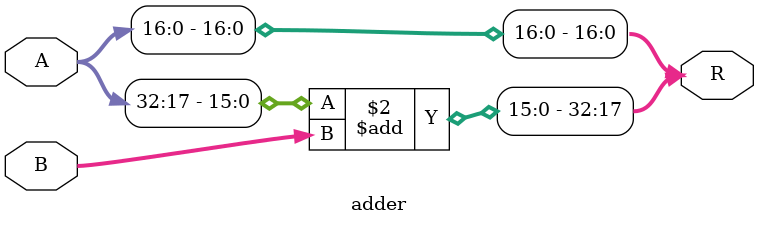
<source format=v>
`timescale 1ns / 1ps
module adder(
    input [32:0] A,
    input [15:0] B,
    output reg [32:0] R
    );
	 
	 always @(*) begin
		R[32:17] <= A[32:17] + B;
		R[16:0]	<= A[16:0];
	 end
	 
endmodule

</source>
